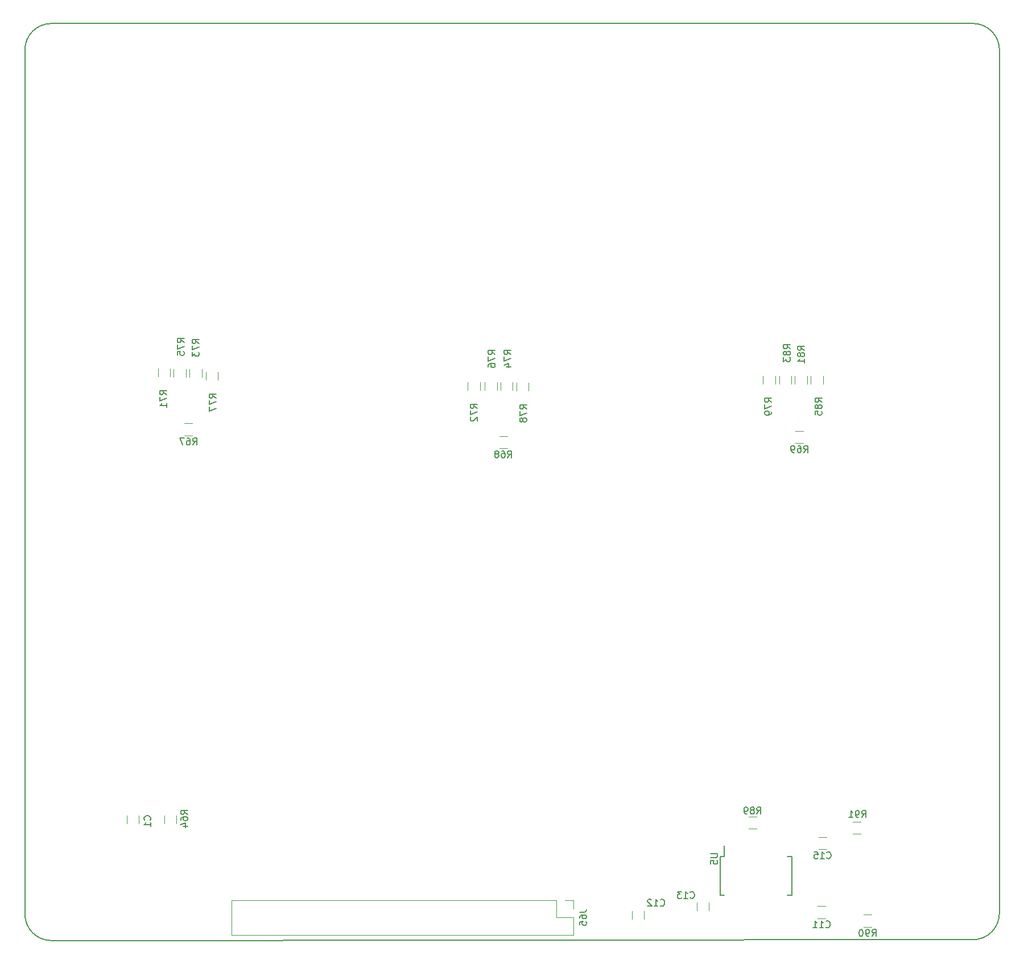
<source format=gbr>
G04 #@! TF.GenerationSoftware,KiCad,Pcbnew,(5.1.6)-1*
G04 #@! TF.CreationDate,2020-08-06T21:08:40-05:00*
G04 #@! TF.ProjectId,atv_hat_hw,6174765f-6861-4745-9f68-772e6b696361,1.0*
G04 #@! TF.SameCoordinates,Original*
G04 #@! TF.FileFunction,Legend,Bot*
G04 #@! TF.FilePolarity,Positive*
%FSLAX46Y46*%
G04 Gerber Fmt 4.6, Leading zero omitted, Abs format (unit mm)*
G04 Created by KiCad (PCBNEW (5.1.6)-1) date 2020-08-06 21:08:40*
%MOMM*%
%LPD*%
G01*
G04 APERTURE LIST*
G04 #@! TA.AperFunction,Profile*
%ADD10C,0.150000*%
G04 #@! TD*
%ADD11C,0.120000*%
%ADD12C,0.150000*%
G04 APERTURE END LIST*
D10*
X194183000Y-25273000D02*
X194183000Y-153797000D01*
X53086000Y-21336000D02*
X190246000Y-21336000D01*
X49149000Y-153924000D02*
X49149000Y-25273000D01*
X190246000Y-157734000D02*
X53086000Y-157861000D01*
X194183000Y-153797000D02*
G75*
G02*
X190246000Y-157734000I-3937000J0D01*
G01*
X190246000Y-21336000D02*
G75*
G02*
X194183000Y-25273000I0J-3937000D01*
G01*
X49149000Y-25273000D02*
G75*
G02*
X53086000Y-21336000I3937000J0D01*
G01*
X53086000Y-157861000D02*
G75*
G02*
X49149000Y-153924000I0J3937000D01*
G01*
D11*
X69909000Y-139223936D02*
X69909000Y-140428064D01*
X71729000Y-139223936D02*
X71729000Y-140428064D01*
X72883936Y-82697000D02*
X74088064Y-82697000D01*
X72883936Y-80877000D02*
X74088064Y-80877000D01*
X119746936Y-84602000D02*
X120951064Y-84602000D01*
X119746936Y-82782000D02*
X120951064Y-82782000D01*
X163815936Y-83840000D02*
X165020064Y-83840000D01*
X163815936Y-82020000D02*
X165020064Y-82020000D01*
X70760000Y-73917564D02*
X70760000Y-72713436D01*
X68940000Y-73917564D02*
X68940000Y-72713436D01*
X116861000Y-75913064D02*
X116861000Y-74708936D01*
X115041000Y-75913064D02*
X115041000Y-74708936D01*
X73639000Y-72802936D02*
X73639000Y-74007064D01*
X75459000Y-72802936D02*
X75459000Y-74007064D01*
X119947000Y-74707936D02*
X119947000Y-75912064D01*
X121767000Y-74707936D02*
X121767000Y-75912064D01*
X71306000Y-72802936D02*
X71306000Y-74007064D01*
X73126000Y-72802936D02*
X73126000Y-74007064D01*
X117581000Y-74707936D02*
X117581000Y-75912064D01*
X119401000Y-74707936D02*
X119401000Y-75912064D01*
X76052000Y-73184936D02*
X76052000Y-74389064D01*
X77872000Y-73184936D02*
X77872000Y-74389064D01*
X122280000Y-74835936D02*
X122280000Y-76040064D01*
X124100000Y-74835936D02*
X124100000Y-76040064D01*
X160803000Y-75024064D02*
X160803000Y-73819936D01*
X158983000Y-75024064D02*
X158983000Y-73819936D01*
X163762000Y-73818936D02*
X163762000Y-75023064D01*
X165582000Y-73818936D02*
X165582000Y-75023064D01*
X161396000Y-73819936D02*
X161396000Y-75024064D01*
X163216000Y-73819936D02*
X163216000Y-75024064D01*
X166095000Y-73818936D02*
X166095000Y-75023064D01*
X167915000Y-73818936D02*
X167915000Y-75023064D01*
X156830936Y-141244000D02*
X158035064Y-141244000D01*
X156830936Y-139424000D02*
X158035064Y-139424000D01*
X173975936Y-155849000D02*
X175180064Y-155849000D01*
X173975936Y-154029000D02*
X175180064Y-154029000D01*
X172324936Y-142006000D02*
X173529064Y-142006000D01*
X172324936Y-140186000D02*
X173529064Y-140186000D01*
X66141000Y-140428064D02*
X66141000Y-139223936D01*
X64321000Y-140428064D02*
X64321000Y-139223936D01*
X167117936Y-152759000D02*
X168322064Y-152759000D01*
X167117936Y-154579000D02*
X168322064Y-154579000D01*
X141325000Y-154652064D02*
X141325000Y-153447936D01*
X139505000Y-154652064D02*
X139505000Y-153447936D01*
X149157000Y-153382064D02*
X149157000Y-152177936D01*
X150977000Y-153382064D02*
X150977000Y-152177936D01*
X167244936Y-142472000D02*
X168449064Y-142472000D01*
X167244936Y-144292000D02*
X168449064Y-144292000D01*
X130823000Y-153161000D02*
X130823000Y-151831000D01*
X130823000Y-151831000D02*
X129493000Y-151831000D01*
X130823000Y-154431000D02*
X128223000Y-154431000D01*
X128223000Y-154431000D02*
X128223000Y-151831000D01*
X128223000Y-151831000D02*
X79903000Y-151831000D01*
X79903000Y-157031000D02*
X79903000Y-151831000D01*
X130823000Y-157031000D02*
X79903000Y-157031000D01*
X130823000Y-157031000D02*
X130823000Y-154431000D01*
D12*
X153191000Y-145333000D02*
X153191000Y-143733000D01*
X163266000Y-145333000D02*
X163266000Y-151083000D01*
X152616000Y-145333000D02*
X152616000Y-151083000D01*
X163266000Y-145333000D02*
X162616000Y-145333000D01*
X163266000Y-151083000D02*
X162616000Y-151083000D01*
X152616000Y-151083000D02*
X153266000Y-151083000D01*
X152616000Y-145333000D02*
X153191000Y-145333000D01*
X73350380Y-139057142D02*
X72874190Y-138723809D01*
X73350380Y-138485714D02*
X72350380Y-138485714D01*
X72350380Y-138866666D01*
X72398000Y-138961904D01*
X72445619Y-139009523D01*
X72540857Y-139057142D01*
X72683714Y-139057142D01*
X72778952Y-139009523D01*
X72826571Y-138961904D01*
X72874190Y-138866666D01*
X72874190Y-138485714D01*
X72350380Y-139914285D02*
X72350380Y-139723809D01*
X72398000Y-139628571D01*
X72445619Y-139580952D01*
X72588476Y-139485714D01*
X72778952Y-139438095D01*
X73159904Y-139438095D01*
X73255142Y-139485714D01*
X73302761Y-139533333D01*
X73350380Y-139628571D01*
X73350380Y-139819047D01*
X73302761Y-139914285D01*
X73255142Y-139961904D01*
X73159904Y-140009523D01*
X72921809Y-140009523D01*
X72826571Y-139961904D01*
X72778952Y-139914285D01*
X72731333Y-139819047D01*
X72731333Y-139628571D01*
X72778952Y-139533333D01*
X72826571Y-139485714D01*
X72921809Y-139438095D01*
X72683714Y-140866666D02*
X73350380Y-140866666D01*
X72302761Y-140628571D02*
X73017047Y-140390476D01*
X73017047Y-141009523D01*
X74128857Y-84059380D02*
X74462190Y-83583190D01*
X74700285Y-84059380D02*
X74700285Y-83059380D01*
X74319333Y-83059380D01*
X74224095Y-83107000D01*
X74176476Y-83154619D01*
X74128857Y-83249857D01*
X74128857Y-83392714D01*
X74176476Y-83487952D01*
X74224095Y-83535571D01*
X74319333Y-83583190D01*
X74700285Y-83583190D01*
X73271714Y-83059380D02*
X73462190Y-83059380D01*
X73557428Y-83107000D01*
X73605047Y-83154619D01*
X73700285Y-83297476D01*
X73747904Y-83487952D01*
X73747904Y-83868904D01*
X73700285Y-83964142D01*
X73652666Y-84011761D01*
X73557428Y-84059380D01*
X73366952Y-84059380D01*
X73271714Y-84011761D01*
X73224095Y-83964142D01*
X73176476Y-83868904D01*
X73176476Y-83630809D01*
X73224095Y-83535571D01*
X73271714Y-83487952D01*
X73366952Y-83440333D01*
X73557428Y-83440333D01*
X73652666Y-83487952D01*
X73700285Y-83535571D01*
X73747904Y-83630809D01*
X72843142Y-83059380D02*
X72176476Y-83059380D01*
X72605047Y-84059380D01*
X120991857Y-85964380D02*
X121325190Y-85488190D01*
X121563285Y-85964380D02*
X121563285Y-84964380D01*
X121182333Y-84964380D01*
X121087095Y-85012000D01*
X121039476Y-85059619D01*
X120991857Y-85154857D01*
X120991857Y-85297714D01*
X121039476Y-85392952D01*
X121087095Y-85440571D01*
X121182333Y-85488190D01*
X121563285Y-85488190D01*
X120134714Y-84964380D02*
X120325190Y-84964380D01*
X120420428Y-85012000D01*
X120468047Y-85059619D01*
X120563285Y-85202476D01*
X120610904Y-85392952D01*
X120610904Y-85773904D01*
X120563285Y-85869142D01*
X120515666Y-85916761D01*
X120420428Y-85964380D01*
X120229952Y-85964380D01*
X120134714Y-85916761D01*
X120087095Y-85869142D01*
X120039476Y-85773904D01*
X120039476Y-85535809D01*
X120087095Y-85440571D01*
X120134714Y-85392952D01*
X120229952Y-85345333D01*
X120420428Y-85345333D01*
X120515666Y-85392952D01*
X120563285Y-85440571D01*
X120610904Y-85535809D01*
X119468047Y-85392952D02*
X119563285Y-85345333D01*
X119610904Y-85297714D01*
X119658523Y-85202476D01*
X119658523Y-85154857D01*
X119610904Y-85059619D01*
X119563285Y-85012000D01*
X119468047Y-84964380D01*
X119277571Y-84964380D01*
X119182333Y-85012000D01*
X119134714Y-85059619D01*
X119087095Y-85154857D01*
X119087095Y-85202476D01*
X119134714Y-85297714D01*
X119182333Y-85345333D01*
X119277571Y-85392952D01*
X119468047Y-85392952D01*
X119563285Y-85440571D01*
X119610904Y-85488190D01*
X119658523Y-85583428D01*
X119658523Y-85773904D01*
X119610904Y-85869142D01*
X119563285Y-85916761D01*
X119468047Y-85964380D01*
X119277571Y-85964380D01*
X119182333Y-85916761D01*
X119134714Y-85869142D01*
X119087095Y-85773904D01*
X119087095Y-85583428D01*
X119134714Y-85488190D01*
X119182333Y-85440571D01*
X119277571Y-85392952D01*
X165060857Y-85202380D02*
X165394190Y-84726190D01*
X165632285Y-85202380D02*
X165632285Y-84202380D01*
X165251333Y-84202380D01*
X165156095Y-84250000D01*
X165108476Y-84297619D01*
X165060857Y-84392857D01*
X165060857Y-84535714D01*
X165108476Y-84630952D01*
X165156095Y-84678571D01*
X165251333Y-84726190D01*
X165632285Y-84726190D01*
X164203714Y-84202380D02*
X164394190Y-84202380D01*
X164489428Y-84250000D01*
X164537047Y-84297619D01*
X164632285Y-84440476D01*
X164679904Y-84630952D01*
X164679904Y-85011904D01*
X164632285Y-85107142D01*
X164584666Y-85154761D01*
X164489428Y-85202380D01*
X164298952Y-85202380D01*
X164203714Y-85154761D01*
X164156095Y-85107142D01*
X164108476Y-85011904D01*
X164108476Y-84773809D01*
X164156095Y-84678571D01*
X164203714Y-84630952D01*
X164298952Y-84583333D01*
X164489428Y-84583333D01*
X164584666Y-84630952D01*
X164632285Y-84678571D01*
X164679904Y-84773809D01*
X163632285Y-85202380D02*
X163441809Y-85202380D01*
X163346571Y-85154761D01*
X163298952Y-85107142D01*
X163203714Y-84964285D01*
X163156095Y-84773809D01*
X163156095Y-84392857D01*
X163203714Y-84297619D01*
X163251333Y-84250000D01*
X163346571Y-84202380D01*
X163537047Y-84202380D01*
X163632285Y-84250000D01*
X163679904Y-84297619D01*
X163727523Y-84392857D01*
X163727523Y-84630952D01*
X163679904Y-84726190D01*
X163632285Y-84773809D01*
X163537047Y-84821428D01*
X163346571Y-84821428D01*
X163251333Y-84773809D01*
X163203714Y-84726190D01*
X163156095Y-84630952D01*
X70222380Y-76574142D02*
X69746190Y-76240809D01*
X70222380Y-76002714D02*
X69222380Y-76002714D01*
X69222380Y-76383666D01*
X69270000Y-76478904D01*
X69317619Y-76526523D01*
X69412857Y-76574142D01*
X69555714Y-76574142D01*
X69650952Y-76526523D01*
X69698571Y-76478904D01*
X69746190Y-76383666D01*
X69746190Y-76002714D01*
X69222380Y-76907476D02*
X69222380Y-77574142D01*
X70222380Y-77145571D01*
X70222380Y-78478904D02*
X70222380Y-77907476D01*
X70222380Y-78193190D02*
X69222380Y-78193190D01*
X69365238Y-78097952D01*
X69460476Y-78002714D01*
X69508095Y-77907476D01*
X116450380Y-78606142D02*
X115974190Y-78272809D01*
X116450380Y-78034714D02*
X115450380Y-78034714D01*
X115450380Y-78415666D01*
X115498000Y-78510904D01*
X115545619Y-78558523D01*
X115640857Y-78606142D01*
X115783714Y-78606142D01*
X115878952Y-78558523D01*
X115926571Y-78510904D01*
X115974190Y-78415666D01*
X115974190Y-78034714D01*
X115450380Y-78939476D02*
X115450380Y-79606142D01*
X116450380Y-79177571D01*
X115545619Y-79939476D02*
X115498000Y-79987095D01*
X115450380Y-80082333D01*
X115450380Y-80320428D01*
X115498000Y-80415666D01*
X115545619Y-80463285D01*
X115640857Y-80510904D01*
X115736095Y-80510904D01*
X115878952Y-80463285D01*
X116450380Y-79891857D01*
X116450380Y-80510904D01*
X75048380Y-68953142D02*
X74572190Y-68619809D01*
X75048380Y-68381714D02*
X74048380Y-68381714D01*
X74048380Y-68762666D01*
X74096000Y-68857904D01*
X74143619Y-68905523D01*
X74238857Y-68953142D01*
X74381714Y-68953142D01*
X74476952Y-68905523D01*
X74524571Y-68857904D01*
X74572190Y-68762666D01*
X74572190Y-68381714D01*
X74048380Y-69286476D02*
X74048380Y-69953142D01*
X75048380Y-69524571D01*
X74048380Y-70238857D02*
X74048380Y-70857904D01*
X74429333Y-70524571D01*
X74429333Y-70667428D01*
X74476952Y-70762666D01*
X74524571Y-70810285D01*
X74619809Y-70857904D01*
X74857904Y-70857904D01*
X74953142Y-70810285D01*
X75000761Y-70762666D01*
X75048380Y-70667428D01*
X75048380Y-70381714D01*
X75000761Y-70286476D01*
X74953142Y-70238857D01*
X121483380Y-70604142D02*
X121007190Y-70270809D01*
X121483380Y-70032714D02*
X120483380Y-70032714D01*
X120483380Y-70413666D01*
X120531000Y-70508904D01*
X120578619Y-70556523D01*
X120673857Y-70604142D01*
X120816714Y-70604142D01*
X120911952Y-70556523D01*
X120959571Y-70508904D01*
X121007190Y-70413666D01*
X121007190Y-70032714D01*
X120483380Y-70937476D02*
X120483380Y-71604142D01*
X121483380Y-71175571D01*
X120816714Y-72413666D02*
X121483380Y-72413666D01*
X120435761Y-72175571D02*
X121150047Y-71937476D01*
X121150047Y-72556523D01*
X72842380Y-68826142D02*
X72366190Y-68492809D01*
X72842380Y-68254714D02*
X71842380Y-68254714D01*
X71842380Y-68635666D01*
X71890000Y-68730904D01*
X71937619Y-68778523D01*
X72032857Y-68826142D01*
X72175714Y-68826142D01*
X72270952Y-68778523D01*
X72318571Y-68730904D01*
X72366190Y-68635666D01*
X72366190Y-68254714D01*
X71842380Y-69159476D02*
X71842380Y-69826142D01*
X72842380Y-69397571D01*
X71842380Y-70683285D02*
X71842380Y-70207095D01*
X72318571Y-70159476D01*
X72270952Y-70207095D01*
X72223333Y-70302333D01*
X72223333Y-70540428D01*
X72270952Y-70635666D01*
X72318571Y-70683285D01*
X72413809Y-70730904D01*
X72651904Y-70730904D01*
X72747142Y-70683285D01*
X72794761Y-70635666D01*
X72842380Y-70540428D01*
X72842380Y-70302333D01*
X72794761Y-70207095D01*
X72747142Y-70159476D01*
X119117380Y-70604142D02*
X118641190Y-70270809D01*
X119117380Y-70032714D02*
X118117380Y-70032714D01*
X118117380Y-70413666D01*
X118165000Y-70508904D01*
X118212619Y-70556523D01*
X118307857Y-70604142D01*
X118450714Y-70604142D01*
X118545952Y-70556523D01*
X118593571Y-70508904D01*
X118641190Y-70413666D01*
X118641190Y-70032714D01*
X118117380Y-70937476D02*
X118117380Y-71604142D01*
X119117380Y-71175571D01*
X118117380Y-72413666D02*
X118117380Y-72223190D01*
X118165000Y-72127952D01*
X118212619Y-72080333D01*
X118355476Y-71985095D01*
X118545952Y-71937476D01*
X118926904Y-71937476D01*
X119022142Y-71985095D01*
X119069761Y-72032714D01*
X119117380Y-72127952D01*
X119117380Y-72318428D01*
X119069761Y-72413666D01*
X119022142Y-72461285D01*
X118926904Y-72508904D01*
X118688809Y-72508904D01*
X118593571Y-72461285D01*
X118545952Y-72413666D01*
X118498333Y-72318428D01*
X118498333Y-72127952D01*
X118545952Y-72032714D01*
X118593571Y-71985095D01*
X118688809Y-71937476D01*
X77588380Y-77082142D02*
X77112190Y-76748809D01*
X77588380Y-76510714D02*
X76588380Y-76510714D01*
X76588380Y-76891666D01*
X76636000Y-76986904D01*
X76683619Y-77034523D01*
X76778857Y-77082142D01*
X76921714Y-77082142D01*
X77016952Y-77034523D01*
X77064571Y-76986904D01*
X77112190Y-76891666D01*
X77112190Y-76510714D01*
X76588380Y-77415476D02*
X76588380Y-78082142D01*
X77588380Y-77653571D01*
X76588380Y-78367857D02*
X76588380Y-79034523D01*
X77588380Y-78605952D01*
X123816380Y-78733142D02*
X123340190Y-78399809D01*
X123816380Y-78161714D02*
X122816380Y-78161714D01*
X122816380Y-78542666D01*
X122864000Y-78637904D01*
X122911619Y-78685523D01*
X123006857Y-78733142D01*
X123149714Y-78733142D01*
X123244952Y-78685523D01*
X123292571Y-78637904D01*
X123340190Y-78542666D01*
X123340190Y-78161714D01*
X122816380Y-79066476D02*
X122816380Y-79733142D01*
X123816380Y-79304571D01*
X123244952Y-80256952D02*
X123197333Y-80161714D01*
X123149714Y-80114095D01*
X123054476Y-80066476D01*
X123006857Y-80066476D01*
X122911619Y-80114095D01*
X122864000Y-80161714D01*
X122816380Y-80256952D01*
X122816380Y-80447428D01*
X122864000Y-80542666D01*
X122911619Y-80590285D01*
X123006857Y-80637904D01*
X123054476Y-80637904D01*
X123149714Y-80590285D01*
X123197333Y-80542666D01*
X123244952Y-80447428D01*
X123244952Y-80256952D01*
X123292571Y-80161714D01*
X123340190Y-80114095D01*
X123435428Y-80066476D01*
X123625904Y-80066476D01*
X123721142Y-80114095D01*
X123768761Y-80161714D01*
X123816380Y-80256952D01*
X123816380Y-80447428D01*
X123768761Y-80542666D01*
X123721142Y-80590285D01*
X123625904Y-80637904D01*
X123435428Y-80637904D01*
X123340190Y-80590285D01*
X123292571Y-80542666D01*
X123244952Y-80447428D01*
X160265380Y-77717142D02*
X159789190Y-77383809D01*
X160265380Y-77145714D02*
X159265380Y-77145714D01*
X159265380Y-77526666D01*
X159313000Y-77621904D01*
X159360619Y-77669523D01*
X159455857Y-77717142D01*
X159598714Y-77717142D01*
X159693952Y-77669523D01*
X159741571Y-77621904D01*
X159789190Y-77526666D01*
X159789190Y-77145714D01*
X159265380Y-78050476D02*
X159265380Y-78717142D01*
X160265380Y-78288571D01*
X160265380Y-79145714D02*
X160265380Y-79336190D01*
X160217761Y-79431428D01*
X160170142Y-79479047D01*
X160027285Y-79574285D01*
X159836809Y-79621904D01*
X159455857Y-79621904D01*
X159360619Y-79574285D01*
X159313000Y-79526666D01*
X159265380Y-79431428D01*
X159265380Y-79240952D01*
X159313000Y-79145714D01*
X159360619Y-79098095D01*
X159455857Y-79050476D01*
X159693952Y-79050476D01*
X159789190Y-79098095D01*
X159836809Y-79145714D01*
X159884428Y-79240952D01*
X159884428Y-79431428D01*
X159836809Y-79526666D01*
X159789190Y-79574285D01*
X159693952Y-79621904D01*
X165171380Y-69969142D02*
X164695190Y-69635809D01*
X165171380Y-69397714D02*
X164171380Y-69397714D01*
X164171380Y-69778666D01*
X164219000Y-69873904D01*
X164266619Y-69921523D01*
X164361857Y-69969142D01*
X164504714Y-69969142D01*
X164599952Y-69921523D01*
X164647571Y-69873904D01*
X164695190Y-69778666D01*
X164695190Y-69397714D01*
X164599952Y-70540571D02*
X164552333Y-70445333D01*
X164504714Y-70397714D01*
X164409476Y-70350095D01*
X164361857Y-70350095D01*
X164266619Y-70397714D01*
X164219000Y-70445333D01*
X164171380Y-70540571D01*
X164171380Y-70731047D01*
X164219000Y-70826285D01*
X164266619Y-70873904D01*
X164361857Y-70921523D01*
X164409476Y-70921523D01*
X164504714Y-70873904D01*
X164552333Y-70826285D01*
X164599952Y-70731047D01*
X164599952Y-70540571D01*
X164647571Y-70445333D01*
X164695190Y-70397714D01*
X164790428Y-70350095D01*
X164980904Y-70350095D01*
X165076142Y-70397714D01*
X165123761Y-70445333D01*
X165171380Y-70540571D01*
X165171380Y-70731047D01*
X165123761Y-70826285D01*
X165076142Y-70873904D01*
X164980904Y-70921523D01*
X164790428Y-70921523D01*
X164695190Y-70873904D01*
X164647571Y-70826285D01*
X164599952Y-70731047D01*
X165171380Y-71873904D02*
X165171380Y-71302476D01*
X165171380Y-71588190D02*
X164171380Y-71588190D01*
X164314238Y-71492952D01*
X164409476Y-71397714D01*
X164457095Y-71302476D01*
X163059380Y-69752642D02*
X162583190Y-69419309D01*
X163059380Y-69181214D02*
X162059380Y-69181214D01*
X162059380Y-69562166D01*
X162107000Y-69657404D01*
X162154619Y-69705023D01*
X162249857Y-69752642D01*
X162392714Y-69752642D01*
X162487952Y-69705023D01*
X162535571Y-69657404D01*
X162583190Y-69562166D01*
X162583190Y-69181214D01*
X162487952Y-70324071D02*
X162440333Y-70228833D01*
X162392714Y-70181214D01*
X162297476Y-70133595D01*
X162249857Y-70133595D01*
X162154619Y-70181214D01*
X162107000Y-70228833D01*
X162059380Y-70324071D01*
X162059380Y-70514547D01*
X162107000Y-70609785D01*
X162154619Y-70657404D01*
X162249857Y-70705023D01*
X162297476Y-70705023D01*
X162392714Y-70657404D01*
X162440333Y-70609785D01*
X162487952Y-70514547D01*
X162487952Y-70324071D01*
X162535571Y-70228833D01*
X162583190Y-70181214D01*
X162678428Y-70133595D01*
X162868904Y-70133595D01*
X162964142Y-70181214D01*
X163011761Y-70228833D01*
X163059380Y-70324071D01*
X163059380Y-70514547D01*
X163011761Y-70609785D01*
X162964142Y-70657404D01*
X162868904Y-70705023D01*
X162678428Y-70705023D01*
X162583190Y-70657404D01*
X162535571Y-70609785D01*
X162487952Y-70514547D01*
X162059380Y-71038357D02*
X162059380Y-71657404D01*
X162440333Y-71324071D01*
X162440333Y-71466928D01*
X162487952Y-71562166D01*
X162535571Y-71609785D01*
X162630809Y-71657404D01*
X162868904Y-71657404D01*
X162964142Y-71609785D01*
X163011761Y-71562166D01*
X163059380Y-71466928D01*
X163059380Y-71181214D01*
X163011761Y-71085976D01*
X162964142Y-71038357D01*
X167758380Y-77716142D02*
X167282190Y-77382809D01*
X167758380Y-77144714D02*
X166758380Y-77144714D01*
X166758380Y-77525666D01*
X166806000Y-77620904D01*
X166853619Y-77668523D01*
X166948857Y-77716142D01*
X167091714Y-77716142D01*
X167186952Y-77668523D01*
X167234571Y-77620904D01*
X167282190Y-77525666D01*
X167282190Y-77144714D01*
X167186952Y-78287571D02*
X167139333Y-78192333D01*
X167091714Y-78144714D01*
X166996476Y-78097095D01*
X166948857Y-78097095D01*
X166853619Y-78144714D01*
X166806000Y-78192333D01*
X166758380Y-78287571D01*
X166758380Y-78478047D01*
X166806000Y-78573285D01*
X166853619Y-78620904D01*
X166948857Y-78668523D01*
X166996476Y-78668523D01*
X167091714Y-78620904D01*
X167139333Y-78573285D01*
X167186952Y-78478047D01*
X167186952Y-78287571D01*
X167234571Y-78192333D01*
X167282190Y-78144714D01*
X167377428Y-78097095D01*
X167567904Y-78097095D01*
X167663142Y-78144714D01*
X167710761Y-78192333D01*
X167758380Y-78287571D01*
X167758380Y-78478047D01*
X167710761Y-78573285D01*
X167663142Y-78620904D01*
X167567904Y-78668523D01*
X167377428Y-78668523D01*
X167282190Y-78620904D01*
X167234571Y-78573285D01*
X167186952Y-78478047D01*
X166758380Y-79573285D02*
X166758380Y-79097095D01*
X167234571Y-79049476D01*
X167186952Y-79097095D01*
X167139333Y-79192333D01*
X167139333Y-79430428D01*
X167186952Y-79525666D01*
X167234571Y-79573285D01*
X167329809Y-79620904D01*
X167567904Y-79620904D01*
X167663142Y-79573285D01*
X167710761Y-79525666D01*
X167758380Y-79430428D01*
X167758380Y-79192333D01*
X167710761Y-79097095D01*
X167663142Y-79049476D01*
X158075857Y-139008380D02*
X158409190Y-138532190D01*
X158647285Y-139008380D02*
X158647285Y-138008380D01*
X158266333Y-138008380D01*
X158171095Y-138056000D01*
X158123476Y-138103619D01*
X158075857Y-138198857D01*
X158075857Y-138341714D01*
X158123476Y-138436952D01*
X158171095Y-138484571D01*
X158266333Y-138532190D01*
X158647285Y-138532190D01*
X157504428Y-138436952D02*
X157599666Y-138389333D01*
X157647285Y-138341714D01*
X157694904Y-138246476D01*
X157694904Y-138198857D01*
X157647285Y-138103619D01*
X157599666Y-138056000D01*
X157504428Y-138008380D01*
X157313952Y-138008380D01*
X157218714Y-138056000D01*
X157171095Y-138103619D01*
X157123476Y-138198857D01*
X157123476Y-138246476D01*
X157171095Y-138341714D01*
X157218714Y-138389333D01*
X157313952Y-138436952D01*
X157504428Y-138436952D01*
X157599666Y-138484571D01*
X157647285Y-138532190D01*
X157694904Y-138627428D01*
X157694904Y-138817904D01*
X157647285Y-138913142D01*
X157599666Y-138960761D01*
X157504428Y-139008380D01*
X157313952Y-139008380D01*
X157218714Y-138960761D01*
X157171095Y-138913142D01*
X157123476Y-138817904D01*
X157123476Y-138627428D01*
X157171095Y-138532190D01*
X157218714Y-138484571D01*
X157313952Y-138436952D01*
X156647285Y-139008380D02*
X156456809Y-139008380D01*
X156361571Y-138960761D01*
X156313952Y-138913142D01*
X156218714Y-138770285D01*
X156171095Y-138579809D01*
X156171095Y-138198857D01*
X156218714Y-138103619D01*
X156266333Y-138056000D01*
X156361571Y-138008380D01*
X156552047Y-138008380D01*
X156647285Y-138056000D01*
X156694904Y-138103619D01*
X156742523Y-138198857D01*
X156742523Y-138436952D01*
X156694904Y-138532190D01*
X156647285Y-138579809D01*
X156552047Y-138627428D01*
X156361571Y-138627428D01*
X156266333Y-138579809D01*
X156218714Y-138532190D01*
X156171095Y-138436952D01*
X175220857Y-157211380D02*
X175554190Y-156735190D01*
X175792285Y-157211380D02*
X175792285Y-156211380D01*
X175411333Y-156211380D01*
X175316095Y-156259000D01*
X175268476Y-156306619D01*
X175220857Y-156401857D01*
X175220857Y-156544714D01*
X175268476Y-156639952D01*
X175316095Y-156687571D01*
X175411333Y-156735190D01*
X175792285Y-156735190D01*
X174744666Y-157211380D02*
X174554190Y-157211380D01*
X174458952Y-157163761D01*
X174411333Y-157116142D01*
X174316095Y-156973285D01*
X174268476Y-156782809D01*
X174268476Y-156401857D01*
X174316095Y-156306619D01*
X174363714Y-156259000D01*
X174458952Y-156211380D01*
X174649428Y-156211380D01*
X174744666Y-156259000D01*
X174792285Y-156306619D01*
X174839904Y-156401857D01*
X174839904Y-156639952D01*
X174792285Y-156735190D01*
X174744666Y-156782809D01*
X174649428Y-156830428D01*
X174458952Y-156830428D01*
X174363714Y-156782809D01*
X174316095Y-156735190D01*
X174268476Y-156639952D01*
X173649428Y-156211380D02*
X173554190Y-156211380D01*
X173458952Y-156259000D01*
X173411333Y-156306619D01*
X173363714Y-156401857D01*
X173316095Y-156592333D01*
X173316095Y-156830428D01*
X173363714Y-157020904D01*
X173411333Y-157116142D01*
X173458952Y-157163761D01*
X173554190Y-157211380D01*
X173649428Y-157211380D01*
X173744666Y-157163761D01*
X173792285Y-157116142D01*
X173839904Y-157020904D01*
X173887523Y-156830428D01*
X173887523Y-156592333D01*
X173839904Y-156401857D01*
X173792285Y-156306619D01*
X173744666Y-156259000D01*
X173649428Y-156211380D01*
X173696857Y-139516380D02*
X174030190Y-139040190D01*
X174268285Y-139516380D02*
X174268285Y-138516380D01*
X173887333Y-138516380D01*
X173792095Y-138564000D01*
X173744476Y-138611619D01*
X173696857Y-138706857D01*
X173696857Y-138849714D01*
X173744476Y-138944952D01*
X173792095Y-138992571D01*
X173887333Y-139040190D01*
X174268285Y-139040190D01*
X173220666Y-139516380D02*
X173030190Y-139516380D01*
X172934952Y-139468761D01*
X172887333Y-139421142D01*
X172792095Y-139278285D01*
X172744476Y-139087809D01*
X172744476Y-138706857D01*
X172792095Y-138611619D01*
X172839714Y-138564000D01*
X172934952Y-138516380D01*
X173125428Y-138516380D01*
X173220666Y-138564000D01*
X173268285Y-138611619D01*
X173315904Y-138706857D01*
X173315904Y-138944952D01*
X173268285Y-139040190D01*
X173220666Y-139087809D01*
X173125428Y-139135428D01*
X172934952Y-139135428D01*
X172839714Y-139087809D01*
X172792095Y-139040190D01*
X172744476Y-138944952D01*
X171792095Y-139516380D02*
X172363523Y-139516380D01*
X172077809Y-139516380D02*
X172077809Y-138516380D01*
X172173047Y-138659238D01*
X172268285Y-138754476D01*
X172363523Y-138802095D01*
X67794142Y-139914333D02*
X67841761Y-139866714D01*
X67889380Y-139723857D01*
X67889380Y-139628619D01*
X67841761Y-139485761D01*
X67746523Y-139390523D01*
X67651285Y-139342904D01*
X67460809Y-139295285D01*
X67317952Y-139295285D01*
X67127476Y-139342904D01*
X67032238Y-139390523D01*
X66937000Y-139485761D01*
X66889380Y-139628619D01*
X66889380Y-139723857D01*
X66937000Y-139866714D01*
X66984619Y-139914333D01*
X67889380Y-140866714D02*
X67889380Y-140295285D01*
X67889380Y-140581000D02*
X66889380Y-140581000D01*
X67032238Y-140485761D01*
X67127476Y-140390523D01*
X67175095Y-140295285D01*
X168362857Y-155846142D02*
X168410476Y-155893761D01*
X168553333Y-155941380D01*
X168648571Y-155941380D01*
X168791428Y-155893761D01*
X168886666Y-155798523D01*
X168934285Y-155703285D01*
X168981904Y-155512809D01*
X168981904Y-155369952D01*
X168934285Y-155179476D01*
X168886666Y-155084238D01*
X168791428Y-154989000D01*
X168648571Y-154941380D01*
X168553333Y-154941380D01*
X168410476Y-154989000D01*
X168362857Y-155036619D01*
X167410476Y-155941380D02*
X167981904Y-155941380D01*
X167696190Y-155941380D02*
X167696190Y-154941380D01*
X167791428Y-155084238D01*
X167886666Y-155179476D01*
X167981904Y-155227095D01*
X166458095Y-155941380D02*
X167029523Y-155941380D01*
X166743809Y-155941380D02*
X166743809Y-154941380D01*
X166839047Y-155084238D01*
X166934285Y-155179476D01*
X167029523Y-155227095D01*
X143724857Y-152629142D02*
X143772476Y-152676761D01*
X143915333Y-152724380D01*
X144010571Y-152724380D01*
X144153428Y-152676761D01*
X144248666Y-152581523D01*
X144296285Y-152486285D01*
X144343904Y-152295809D01*
X144343904Y-152152952D01*
X144296285Y-151962476D01*
X144248666Y-151867238D01*
X144153428Y-151772000D01*
X144010571Y-151724380D01*
X143915333Y-151724380D01*
X143772476Y-151772000D01*
X143724857Y-151819619D01*
X142772476Y-152724380D02*
X143343904Y-152724380D01*
X143058190Y-152724380D02*
X143058190Y-151724380D01*
X143153428Y-151867238D01*
X143248666Y-151962476D01*
X143343904Y-152010095D01*
X142391523Y-151819619D02*
X142343904Y-151772000D01*
X142248666Y-151724380D01*
X142010571Y-151724380D01*
X141915333Y-151772000D01*
X141867714Y-151819619D01*
X141820095Y-151914857D01*
X141820095Y-152010095D01*
X141867714Y-152152952D01*
X142439142Y-152724380D01*
X141820095Y-152724380D01*
X148169857Y-151486142D02*
X148217476Y-151533761D01*
X148360333Y-151581380D01*
X148455571Y-151581380D01*
X148598428Y-151533761D01*
X148693666Y-151438523D01*
X148741285Y-151343285D01*
X148788904Y-151152809D01*
X148788904Y-151009952D01*
X148741285Y-150819476D01*
X148693666Y-150724238D01*
X148598428Y-150629000D01*
X148455571Y-150581380D01*
X148360333Y-150581380D01*
X148217476Y-150629000D01*
X148169857Y-150676619D01*
X147217476Y-151581380D02*
X147788904Y-151581380D01*
X147503190Y-151581380D02*
X147503190Y-150581380D01*
X147598428Y-150724238D01*
X147693666Y-150819476D01*
X147788904Y-150867095D01*
X146884142Y-150581380D02*
X146265095Y-150581380D01*
X146598428Y-150962333D01*
X146455571Y-150962333D01*
X146360333Y-151009952D01*
X146312714Y-151057571D01*
X146265095Y-151152809D01*
X146265095Y-151390904D01*
X146312714Y-151486142D01*
X146360333Y-151533761D01*
X146455571Y-151581380D01*
X146741285Y-151581380D01*
X146836523Y-151533761D01*
X146884142Y-151486142D01*
X168489857Y-145559142D02*
X168537476Y-145606761D01*
X168680333Y-145654380D01*
X168775571Y-145654380D01*
X168918428Y-145606761D01*
X169013666Y-145511523D01*
X169061285Y-145416285D01*
X169108904Y-145225809D01*
X169108904Y-145082952D01*
X169061285Y-144892476D01*
X169013666Y-144797238D01*
X168918428Y-144702000D01*
X168775571Y-144654380D01*
X168680333Y-144654380D01*
X168537476Y-144702000D01*
X168489857Y-144749619D01*
X167537476Y-145654380D02*
X168108904Y-145654380D01*
X167823190Y-145654380D02*
X167823190Y-144654380D01*
X167918428Y-144797238D01*
X168013666Y-144892476D01*
X168108904Y-144940095D01*
X166632714Y-144654380D02*
X167108904Y-144654380D01*
X167156523Y-145130571D01*
X167108904Y-145082952D01*
X167013666Y-145035333D01*
X166775571Y-145035333D01*
X166680333Y-145082952D01*
X166632714Y-145130571D01*
X166585095Y-145225809D01*
X166585095Y-145463904D01*
X166632714Y-145559142D01*
X166680333Y-145606761D01*
X166775571Y-145654380D01*
X167013666Y-145654380D01*
X167108904Y-145606761D01*
X167156523Y-145559142D01*
X131715380Y-153621476D02*
X132429666Y-153621476D01*
X132572523Y-153573857D01*
X132667761Y-153478619D01*
X132715380Y-153335761D01*
X132715380Y-153240523D01*
X131715380Y-154526238D02*
X131715380Y-154335761D01*
X131763000Y-154240523D01*
X131810619Y-154192904D01*
X131953476Y-154097666D01*
X132143952Y-154050047D01*
X132524904Y-154050047D01*
X132620142Y-154097666D01*
X132667761Y-154145285D01*
X132715380Y-154240523D01*
X132715380Y-154431000D01*
X132667761Y-154526238D01*
X132620142Y-154573857D01*
X132524904Y-154621476D01*
X132286809Y-154621476D01*
X132191571Y-154573857D01*
X132143952Y-154526238D01*
X132096333Y-154431000D01*
X132096333Y-154240523D01*
X132143952Y-154145285D01*
X132191571Y-154097666D01*
X132286809Y-154050047D01*
X131715380Y-155526238D02*
X131715380Y-155050047D01*
X132191571Y-155002428D01*
X132143952Y-155050047D01*
X132096333Y-155145285D01*
X132096333Y-155383380D01*
X132143952Y-155478619D01*
X132191571Y-155526238D01*
X132286809Y-155573857D01*
X132524904Y-155573857D01*
X132620142Y-155526238D01*
X132667761Y-155478619D01*
X132715380Y-155383380D01*
X132715380Y-155145285D01*
X132667761Y-155050047D01*
X132620142Y-155002428D01*
X151217380Y-144907095D02*
X152026904Y-144907095D01*
X152122142Y-144954714D01*
X152169761Y-145002333D01*
X152217380Y-145097571D01*
X152217380Y-145288047D01*
X152169761Y-145383285D01*
X152122142Y-145430904D01*
X152026904Y-145478523D01*
X151217380Y-145478523D01*
X151217380Y-146430904D02*
X151217380Y-145954714D01*
X151693571Y-145907095D01*
X151645952Y-145954714D01*
X151598333Y-146049952D01*
X151598333Y-146288047D01*
X151645952Y-146383285D01*
X151693571Y-146430904D01*
X151788809Y-146478523D01*
X152026904Y-146478523D01*
X152122142Y-146430904D01*
X152169761Y-146383285D01*
X152217380Y-146288047D01*
X152217380Y-146049952D01*
X152169761Y-145954714D01*
X152122142Y-145907095D01*
M02*

</source>
